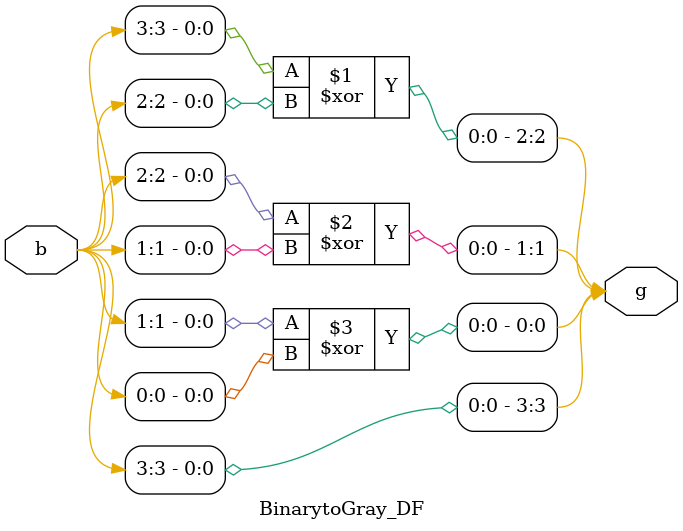
<source format=v>
`timescale 1ns / 1ps


module BinarytoGray_DF(input [3:0]b,output [3:0]g);
assign g[3]=b[3];
assign g[2]=b[3]^b[2];
assign g[1]=b[2]^b[1];
assign g[0]=b[1]^b[0];
endmodule

</source>
